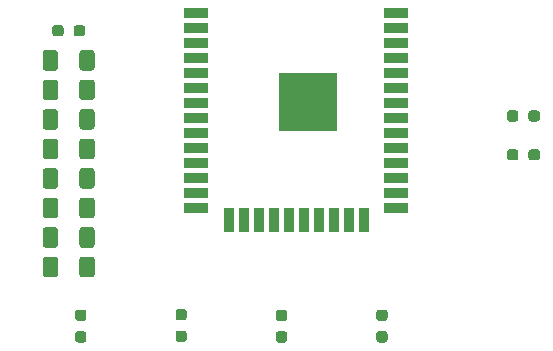
<source format=gbr>
%TF.GenerationSoftware,KiCad,Pcbnew,(5.1.9-0-10_14)*%
%TF.CreationDate,2021-05-05T17:00:59+01:00*%
%TF.ProjectId,Controller,436f6e74-726f-46c6-9c65-722e6b696361,6*%
%TF.SameCoordinates,Original*%
%TF.FileFunction,Paste,Bot*%
%TF.FilePolarity,Positive*%
%FSLAX46Y46*%
G04 Gerber Fmt 4.6, Leading zero omitted, Abs format (unit mm)*
G04 Created by KiCad (PCBNEW (5.1.9-0-10_14)) date 2021-05-05 17:00:59*
%MOMM*%
%LPD*%
G01*
G04 APERTURE LIST*
%ADD10R,2.000000X0.900000*%
%ADD11R,0.900000X2.000000*%
%ADD12R,5.000000X5.000000*%
G04 APERTURE END LIST*
%TO.C,R16*%
G36*
G01*
X53675000Y-104237500D02*
X53675000Y-103762500D01*
G75*
G02*
X53912500Y-103525000I237500J0D01*
G01*
X54412500Y-103525000D01*
G75*
G02*
X54650000Y-103762500I0J-237500D01*
G01*
X54650000Y-104237500D01*
G75*
G02*
X54412500Y-104475000I-237500J0D01*
G01*
X53912500Y-104475000D01*
G75*
G02*
X53675000Y-104237500I0J237500D01*
G01*
G37*
G36*
G01*
X51850000Y-104237500D02*
X51850000Y-103762500D01*
G75*
G02*
X52087500Y-103525000I237500J0D01*
G01*
X52587500Y-103525000D01*
G75*
G02*
X52825000Y-103762500I0J-237500D01*
G01*
X52825000Y-104237500D01*
G75*
G02*
X52587500Y-104475000I-237500J0D01*
G01*
X52087500Y-104475000D01*
G75*
G02*
X51850000Y-104237500I0J237500D01*
G01*
G37*
%TD*%
%TO.C,R14*%
G36*
G01*
X91325000Y-110972500D02*
X91325000Y-111447500D01*
G75*
G02*
X91087500Y-111685000I-237500J0D01*
G01*
X90587500Y-111685000D01*
G75*
G02*
X90350000Y-111447500I0J237500D01*
G01*
X90350000Y-110972500D01*
G75*
G02*
X90587500Y-110735000I237500J0D01*
G01*
X91087500Y-110735000D01*
G75*
G02*
X91325000Y-110972500I0J-237500D01*
G01*
G37*
G36*
G01*
X93150000Y-110972500D02*
X93150000Y-111447500D01*
G75*
G02*
X92912500Y-111685000I-237500J0D01*
G01*
X92412500Y-111685000D01*
G75*
G02*
X92175000Y-111447500I0J237500D01*
G01*
X92175000Y-110972500D01*
G75*
G02*
X92412500Y-110735000I237500J0D01*
G01*
X92912500Y-110735000D01*
G75*
G02*
X93150000Y-110972500I0J-237500D01*
G01*
G37*
%TD*%
%TO.C,R13*%
G36*
G01*
X92175000Y-114737500D02*
X92175000Y-114262500D01*
G75*
G02*
X92412500Y-114025000I237500J0D01*
G01*
X92912500Y-114025000D01*
G75*
G02*
X93150000Y-114262500I0J-237500D01*
G01*
X93150000Y-114737500D01*
G75*
G02*
X92912500Y-114975000I-237500J0D01*
G01*
X92412500Y-114975000D01*
G75*
G02*
X92175000Y-114737500I0J237500D01*
G01*
G37*
G36*
G01*
X90350000Y-114737500D02*
X90350000Y-114262500D01*
G75*
G02*
X90587500Y-114025000I237500J0D01*
G01*
X91087500Y-114025000D01*
G75*
G02*
X91325000Y-114262500I0J-237500D01*
G01*
X91325000Y-114737500D01*
G75*
G02*
X91087500Y-114975000I-237500J0D01*
G01*
X90587500Y-114975000D01*
G75*
G02*
X90350000Y-114737500I0J237500D01*
G01*
G37*
%TD*%
%TO.C,R6*%
G36*
G01*
X80007500Y-128575000D02*
X79532500Y-128575000D01*
G75*
G02*
X79295000Y-128337500I0J237500D01*
G01*
X79295000Y-127837500D01*
G75*
G02*
X79532500Y-127600000I237500J0D01*
G01*
X80007500Y-127600000D01*
G75*
G02*
X80245000Y-127837500I0J-237500D01*
G01*
X80245000Y-128337500D01*
G75*
G02*
X80007500Y-128575000I-237500J0D01*
G01*
G37*
G36*
G01*
X80007500Y-130400000D02*
X79532500Y-130400000D01*
G75*
G02*
X79295000Y-130162500I0J237500D01*
G01*
X79295000Y-129662500D01*
G75*
G02*
X79532500Y-129425000I237500J0D01*
G01*
X80007500Y-129425000D01*
G75*
G02*
X80245000Y-129662500I0J-237500D01*
G01*
X80245000Y-130162500D01*
G75*
G02*
X80007500Y-130400000I-237500J0D01*
G01*
G37*
%TD*%
%TO.C,R5*%
G36*
G01*
X71507500Y-128575000D02*
X71032500Y-128575000D01*
G75*
G02*
X70795000Y-128337500I0J237500D01*
G01*
X70795000Y-127837500D01*
G75*
G02*
X71032500Y-127600000I237500J0D01*
G01*
X71507500Y-127600000D01*
G75*
G02*
X71745000Y-127837500I0J-237500D01*
G01*
X71745000Y-128337500D01*
G75*
G02*
X71507500Y-128575000I-237500J0D01*
G01*
G37*
G36*
G01*
X71507500Y-130400000D02*
X71032500Y-130400000D01*
G75*
G02*
X70795000Y-130162500I0J237500D01*
G01*
X70795000Y-129662500D01*
G75*
G02*
X71032500Y-129425000I237500J0D01*
G01*
X71507500Y-129425000D01*
G75*
G02*
X71745000Y-129662500I0J-237500D01*
G01*
X71745000Y-130162500D01*
G75*
G02*
X71507500Y-130400000I-237500J0D01*
G01*
G37*
%TD*%
%TO.C,R4*%
G36*
G01*
X63007500Y-128525000D02*
X62532500Y-128525000D01*
G75*
G02*
X62295000Y-128287500I0J237500D01*
G01*
X62295000Y-127787500D01*
G75*
G02*
X62532500Y-127550000I237500J0D01*
G01*
X63007500Y-127550000D01*
G75*
G02*
X63245000Y-127787500I0J-237500D01*
G01*
X63245000Y-128287500D01*
G75*
G02*
X63007500Y-128525000I-237500J0D01*
G01*
G37*
G36*
G01*
X63007500Y-130350000D02*
X62532500Y-130350000D01*
G75*
G02*
X62295000Y-130112500I0J237500D01*
G01*
X62295000Y-129612500D01*
G75*
G02*
X62532500Y-129375000I237500J0D01*
G01*
X63007500Y-129375000D01*
G75*
G02*
X63245000Y-129612500I0J-237500D01*
G01*
X63245000Y-130112500D01*
G75*
G02*
X63007500Y-130350000I-237500J0D01*
G01*
G37*
%TD*%
%TO.C,R3*%
G36*
G01*
X54507500Y-128575000D02*
X54032500Y-128575000D01*
G75*
G02*
X53795000Y-128337500I0J237500D01*
G01*
X53795000Y-127837500D01*
G75*
G02*
X54032500Y-127600000I237500J0D01*
G01*
X54507500Y-127600000D01*
G75*
G02*
X54745000Y-127837500I0J-237500D01*
G01*
X54745000Y-128337500D01*
G75*
G02*
X54507500Y-128575000I-237500J0D01*
G01*
G37*
G36*
G01*
X54507500Y-130400000D02*
X54032500Y-130400000D01*
G75*
G02*
X53795000Y-130162500I0J237500D01*
G01*
X53795000Y-129662500D01*
G75*
G02*
X54032500Y-129425000I237500J0D01*
G01*
X54507500Y-129425000D01*
G75*
G02*
X54745000Y-129662500I0J-237500D01*
G01*
X54745000Y-130162500D01*
G75*
G02*
X54507500Y-130400000I-237500J0D01*
G01*
G37*
%TD*%
D10*
%TO.C,U1*%
X64000000Y-102500000D03*
X64000000Y-103770000D03*
X64000000Y-105040000D03*
X64000000Y-106310000D03*
X64000000Y-107580000D03*
X64000000Y-108850000D03*
X64000000Y-110120000D03*
X64000000Y-111390000D03*
X64000000Y-112660000D03*
X64000000Y-113930000D03*
X64000000Y-115200000D03*
X64000000Y-116470000D03*
X64000000Y-117740000D03*
X64000000Y-119010000D03*
D11*
X66785000Y-120010000D03*
X68055000Y-120010000D03*
X69325000Y-120010000D03*
X70595000Y-120010000D03*
X71865000Y-120010000D03*
X73135000Y-120010000D03*
X74405000Y-120010000D03*
X75675000Y-120010000D03*
X76945000Y-120010000D03*
X78215000Y-120010000D03*
D10*
X81000000Y-119010000D03*
X81000000Y-117740000D03*
X81000000Y-116470000D03*
X81000000Y-115200000D03*
X81000000Y-113930000D03*
X81000000Y-112660000D03*
X81000000Y-111390000D03*
X81000000Y-110120000D03*
X81000000Y-108850000D03*
X81000000Y-107580000D03*
X81000000Y-106310000D03*
X81000000Y-105040000D03*
X81000000Y-103770000D03*
X81000000Y-102500000D03*
D12*
X73500000Y-110000000D03*
%TD*%
%TO.C,R12*%
G36*
G01*
X54150000Y-124625000D02*
X54150000Y-123375000D01*
G75*
G02*
X54400000Y-123125000I250000J0D01*
G01*
X55200000Y-123125000D01*
G75*
G02*
X55450000Y-123375000I0J-250000D01*
G01*
X55450000Y-124625000D01*
G75*
G02*
X55200000Y-124875000I-250000J0D01*
G01*
X54400000Y-124875000D01*
G75*
G02*
X54150000Y-124625000I0J250000D01*
G01*
G37*
G36*
G01*
X51050000Y-124625000D02*
X51050000Y-123375000D01*
G75*
G02*
X51300000Y-123125000I250000J0D01*
G01*
X52100000Y-123125000D01*
G75*
G02*
X52350000Y-123375000I0J-250000D01*
G01*
X52350000Y-124625000D01*
G75*
G02*
X52100000Y-124875000I-250000J0D01*
G01*
X51300000Y-124875000D01*
G75*
G02*
X51050000Y-124625000I0J250000D01*
G01*
G37*
%TD*%
%TO.C,R11*%
G36*
G01*
X54150000Y-122125000D02*
X54150000Y-120875000D01*
G75*
G02*
X54400000Y-120625000I250000J0D01*
G01*
X55200000Y-120625000D01*
G75*
G02*
X55450000Y-120875000I0J-250000D01*
G01*
X55450000Y-122125000D01*
G75*
G02*
X55200000Y-122375000I-250000J0D01*
G01*
X54400000Y-122375000D01*
G75*
G02*
X54150000Y-122125000I0J250000D01*
G01*
G37*
G36*
G01*
X51050000Y-122125000D02*
X51050000Y-120875000D01*
G75*
G02*
X51300000Y-120625000I250000J0D01*
G01*
X52100000Y-120625000D01*
G75*
G02*
X52350000Y-120875000I0J-250000D01*
G01*
X52350000Y-122125000D01*
G75*
G02*
X52100000Y-122375000I-250000J0D01*
G01*
X51300000Y-122375000D01*
G75*
G02*
X51050000Y-122125000I0J250000D01*
G01*
G37*
%TD*%
%TO.C,R10*%
G36*
G01*
X54150000Y-119625000D02*
X54150000Y-118375000D01*
G75*
G02*
X54400000Y-118125000I250000J0D01*
G01*
X55200000Y-118125000D01*
G75*
G02*
X55450000Y-118375000I0J-250000D01*
G01*
X55450000Y-119625000D01*
G75*
G02*
X55200000Y-119875000I-250000J0D01*
G01*
X54400000Y-119875000D01*
G75*
G02*
X54150000Y-119625000I0J250000D01*
G01*
G37*
G36*
G01*
X51050000Y-119625000D02*
X51050000Y-118375000D01*
G75*
G02*
X51300000Y-118125000I250000J0D01*
G01*
X52100000Y-118125000D01*
G75*
G02*
X52350000Y-118375000I0J-250000D01*
G01*
X52350000Y-119625000D01*
G75*
G02*
X52100000Y-119875000I-250000J0D01*
G01*
X51300000Y-119875000D01*
G75*
G02*
X51050000Y-119625000I0J250000D01*
G01*
G37*
%TD*%
%TO.C,R9*%
G36*
G01*
X54150000Y-117125000D02*
X54150000Y-115875000D01*
G75*
G02*
X54400000Y-115625000I250000J0D01*
G01*
X55200000Y-115625000D01*
G75*
G02*
X55450000Y-115875000I0J-250000D01*
G01*
X55450000Y-117125000D01*
G75*
G02*
X55200000Y-117375000I-250000J0D01*
G01*
X54400000Y-117375000D01*
G75*
G02*
X54150000Y-117125000I0J250000D01*
G01*
G37*
G36*
G01*
X51050000Y-117125000D02*
X51050000Y-115875000D01*
G75*
G02*
X51300000Y-115625000I250000J0D01*
G01*
X52100000Y-115625000D01*
G75*
G02*
X52350000Y-115875000I0J-250000D01*
G01*
X52350000Y-117125000D01*
G75*
G02*
X52100000Y-117375000I-250000J0D01*
G01*
X51300000Y-117375000D01*
G75*
G02*
X51050000Y-117125000I0J250000D01*
G01*
G37*
%TD*%
%TO.C,R8*%
G36*
G01*
X54150000Y-114625000D02*
X54150000Y-113375000D01*
G75*
G02*
X54400000Y-113125000I250000J0D01*
G01*
X55200000Y-113125000D01*
G75*
G02*
X55450000Y-113375000I0J-250000D01*
G01*
X55450000Y-114625000D01*
G75*
G02*
X55200000Y-114875000I-250000J0D01*
G01*
X54400000Y-114875000D01*
G75*
G02*
X54150000Y-114625000I0J250000D01*
G01*
G37*
G36*
G01*
X51050000Y-114625000D02*
X51050000Y-113375000D01*
G75*
G02*
X51300000Y-113125000I250000J0D01*
G01*
X52100000Y-113125000D01*
G75*
G02*
X52350000Y-113375000I0J-250000D01*
G01*
X52350000Y-114625000D01*
G75*
G02*
X52100000Y-114875000I-250000J0D01*
G01*
X51300000Y-114875000D01*
G75*
G02*
X51050000Y-114625000I0J250000D01*
G01*
G37*
%TD*%
%TO.C,R7*%
G36*
G01*
X54150000Y-112125000D02*
X54150000Y-110875000D01*
G75*
G02*
X54400000Y-110625000I250000J0D01*
G01*
X55200000Y-110625000D01*
G75*
G02*
X55450000Y-110875000I0J-250000D01*
G01*
X55450000Y-112125000D01*
G75*
G02*
X55200000Y-112375000I-250000J0D01*
G01*
X54400000Y-112375000D01*
G75*
G02*
X54150000Y-112125000I0J250000D01*
G01*
G37*
G36*
G01*
X51050000Y-112125000D02*
X51050000Y-110875000D01*
G75*
G02*
X51300000Y-110625000I250000J0D01*
G01*
X52100000Y-110625000D01*
G75*
G02*
X52350000Y-110875000I0J-250000D01*
G01*
X52350000Y-112125000D01*
G75*
G02*
X52100000Y-112375000I-250000J0D01*
G01*
X51300000Y-112375000D01*
G75*
G02*
X51050000Y-112125000I0J250000D01*
G01*
G37*
%TD*%
%TO.C,R2*%
G36*
G01*
X54150000Y-109625000D02*
X54150000Y-108375000D01*
G75*
G02*
X54400000Y-108125000I250000J0D01*
G01*
X55200000Y-108125000D01*
G75*
G02*
X55450000Y-108375000I0J-250000D01*
G01*
X55450000Y-109625000D01*
G75*
G02*
X55200000Y-109875000I-250000J0D01*
G01*
X54400000Y-109875000D01*
G75*
G02*
X54150000Y-109625000I0J250000D01*
G01*
G37*
G36*
G01*
X51050000Y-109625000D02*
X51050000Y-108375000D01*
G75*
G02*
X51300000Y-108125000I250000J0D01*
G01*
X52100000Y-108125000D01*
G75*
G02*
X52350000Y-108375000I0J-250000D01*
G01*
X52350000Y-109625000D01*
G75*
G02*
X52100000Y-109875000I-250000J0D01*
G01*
X51300000Y-109875000D01*
G75*
G02*
X51050000Y-109625000I0J250000D01*
G01*
G37*
%TD*%
%TO.C,R1*%
G36*
G01*
X54150000Y-107125000D02*
X54150000Y-105875000D01*
G75*
G02*
X54400000Y-105625000I250000J0D01*
G01*
X55200000Y-105625000D01*
G75*
G02*
X55450000Y-105875000I0J-250000D01*
G01*
X55450000Y-107125000D01*
G75*
G02*
X55200000Y-107375000I-250000J0D01*
G01*
X54400000Y-107375000D01*
G75*
G02*
X54150000Y-107125000I0J250000D01*
G01*
G37*
G36*
G01*
X51050000Y-107125000D02*
X51050000Y-105875000D01*
G75*
G02*
X51300000Y-105625000I250000J0D01*
G01*
X52100000Y-105625000D01*
G75*
G02*
X52350000Y-105875000I0J-250000D01*
G01*
X52350000Y-107125000D01*
G75*
G02*
X52100000Y-107375000I-250000J0D01*
G01*
X51300000Y-107375000D01*
G75*
G02*
X51050000Y-107125000I0J250000D01*
G01*
G37*
%TD*%
M02*

</source>
